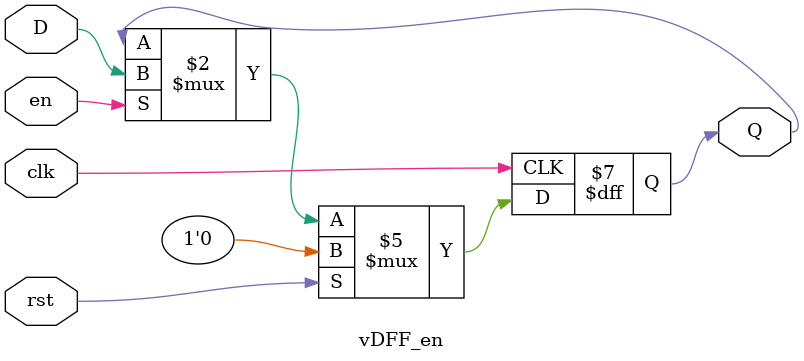
<source format=sv>
module vDFF_en(clk,rst,en,D,Q);
  parameter n=1;
  input clk;
  input rst;
  input en;
  input [n-1:0] D;
  output [n-1:0] Q;
  reg [n-1:0] Q;

  always @(posedge clk)begin
    if(rst) begin
        Q <= 0;
    end else begin
        if(en) begin
            Q <= D;
        end
    end
  end
    
endmodule
</source>
